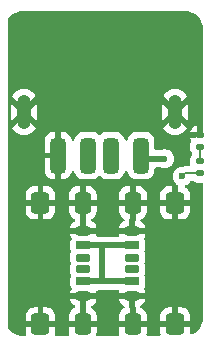
<source format=gtl>
G04 #@! TF.GenerationSoftware,KiCad,Pcbnew,9.0.3*
G04 #@! TF.CreationDate,2025-09-05T20:04:58+02:00*
G04 #@! TF.ProjectId,SwitchHolderAdapter,53776974-6368-4486-9f6c-646572416461,rev?*
G04 #@! TF.SameCoordinates,Original*
G04 #@! TF.FileFunction,Copper,L1,Top*
G04 #@! TF.FilePolarity,Positive*
%FSLAX46Y46*%
G04 Gerber Fmt 4.6, Leading zero omitted, Abs format (unit mm)*
G04 Created by KiCad (PCBNEW 9.0.3) date 2025-09-05 20:04:58*
%MOMM*%
%LPD*%
G01*
G04 APERTURE LIST*
G04 Aperture macros list*
%AMRoundRect*
0 Rectangle with rounded corners*
0 $1 Rounding radius*
0 $2 $3 $4 $5 $6 $7 $8 $9 X,Y pos of 4 corners*
0 Add a 4 corners polygon primitive as box body*
4,1,4,$2,$3,$4,$5,$6,$7,$8,$9,$2,$3,0*
0 Add four circle primitives for the rounded corners*
1,1,$1+$1,$2,$3*
1,1,$1+$1,$4,$5*
1,1,$1+$1,$6,$7*
1,1,$1+$1,$8,$9*
0 Add four rect primitives between the rounded corners*
20,1,$1+$1,$2,$3,$4,$5,0*
20,1,$1+$1,$4,$5,$6,$7,0*
20,1,$1+$1,$6,$7,$8,$9,0*
20,1,$1+$1,$8,$9,$2,$3,0*%
G04 Aperture macros list end*
G04 #@! TA.AperFunction,SMDPad,CuDef*
%ADD10RoundRect,0.135000X-0.185000X0.135000X-0.185000X-0.135000X0.185000X-0.135000X0.185000X0.135000X0*%
G04 #@! TD*
G04 #@! TA.AperFunction,SMDPad,CuDef*
%ADD11RoundRect,0.147500X-0.172500X0.147500X-0.172500X-0.147500X0.172500X-0.147500X0.172500X0.147500X0*%
G04 #@! TD*
G04 #@! TA.AperFunction,SMDPad,CuDef*
%ADD12RoundRect,0.175000X-0.425000X0.175000X-0.425000X-0.175000X0.425000X-0.175000X0.425000X0.175000X0*%
G04 #@! TD*
G04 #@! TA.AperFunction,SMDPad,CuDef*
%ADD13RoundRect,0.190000X0.410000X-0.190000X0.410000X0.190000X-0.410000X0.190000X-0.410000X-0.190000X0*%
G04 #@! TD*
G04 #@! TA.AperFunction,SMDPad,CuDef*
%ADD14RoundRect,0.200000X0.400000X-0.200000X0.400000X0.200000X-0.400000X0.200000X-0.400000X-0.200000X0*%
G04 #@! TD*
G04 #@! TA.AperFunction,SMDPad,CuDef*
%ADD15RoundRect,0.175000X0.425000X-0.175000X0.425000X0.175000X-0.425000X0.175000X-0.425000X-0.175000X0*%
G04 #@! TD*
G04 #@! TA.AperFunction,SMDPad,CuDef*
%ADD16RoundRect,0.190000X-0.410000X0.190000X-0.410000X-0.190000X0.410000X-0.190000X0.410000X0.190000X0*%
G04 #@! TD*
G04 #@! TA.AperFunction,SMDPad,CuDef*
%ADD17RoundRect,0.200000X-0.400000X0.200000X-0.400000X-0.200000X0.400000X-0.200000X0.400000X0.200000X0*%
G04 #@! TD*
G04 #@! TA.AperFunction,SMDPad,CuDef*
%ADD18RoundRect,0.250000X-0.425000X0.650000X-0.425000X-0.650000X0.425000X-0.650000X0.425000X0.650000X0*%
G04 #@! TD*
G04 #@! TA.AperFunction,SMDPad,CuDef*
%ADD19RoundRect,0.250000X-0.500000X0.650000X-0.500000X-0.650000X0.500000X-0.650000X0.500000X0.650000X0*%
G04 #@! TD*
G04 #@! TA.AperFunction,SMDPad,CuDef*
%ADD20RoundRect,0.325000X0.325000X1.175000X-0.325000X1.175000X-0.325000X-1.175000X0.325000X-1.175000X0*%
G04 #@! TD*
G04 #@! TA.AperFunction,HeatsinkPad*
%ADD21O,1.200000X2.900000*%
G04 #@! TD*
G04 #@! TA.AperFunction,SMDPad,CuDef*
%ADD22RoundRect,0.250000X0.425000X-0.650000X0.425000X0.650000X-0.425000X0.650000X-0.425000X-0.650000X0*%
G04 #@! TD*
G04 #@! TA.AperFunction,SMDPad,CuDef*
%ADD23RoundRect,0.250000X0.500000X-0.650000X0.500000X0.650000X-0.500000X0.650000X-0.500000X-0.650000X0*%
G04 #@! TD*
G04 #@! TA.AperFunction,ViaPad*
%ADD24C,0.600000*%
G04 #@! TD*
G04 #@! TA.AperFunction,Conductor*
%ADD25C,0.500000*%
G04 #@! TD*
G04 #@! TA.AperFunction,Conductor*
%ADD26C,0.200000*%
G04 #@! TD*
G04 APERTURE END LIST*
D10*
X153000000Y-86740000D03*
X153000000Y-87760000D03*
D11*
X153000000Y-84515000D03*
X153000000Y-85485000D03*
D12*
X143135000Y-94875000D03*
D13*
X143135000Y-96895000D03*
D14*
X143135000Y-98125000D03*
D15*
X143135000Y-95875000D03*
D16*
X143135000Y-93855000D03*
D17*
X143135000Y-92625000D03*
D18*
X143080000Y-90250000D03*
D19*
X139500000Y-90250000D03*
D18*
X143080000Y-100500000D03*
D19*
X139500000Y-100500000D03*
D20*
X148000000Y-86240000D03*
X145500000Y-86240000D03*
X143500000Y-86240000D03*
X141000000Y-86240000D03*
D21*
X150900000Y-82540000D03*
X138100000Y-82540000D03*
D15*
X147267500Y-95875000D03*
D16*
X147267500Y-93855000D03*
D17*
X147267500Y-92625000D03*
D12*
X147267500Y-94875000D03*
D13*
X147267500Y-96895000D03*
D14*
X147267500Y-98125000D03*
D22*
X147322500Y-100500000D03*
D23*
X150902500Y-100500000D03*
D22*
X147322500Y-90250000D03*
D23*
X150902500Y-90250000D03*
D24*
X151500000Y-88000000D03*
X150000000Y-86500000D03*
X144750000Y-95250000D03*
D25*
X144750000Y-93855000D02*
X147267500Y-93855000D01*
X144750000Y-96895000D02*
X147267500Y-96895000D01*
D26*
X153000000Y-87760000D02*
X151740000Y-87760000D01*
X151740000Y-87760000D02*
X151500000Y-88000000D01*
X153000000Y-86740000D02*
X153000000Y-85485000D01*
D25*
X144750000Y-93855000D02*
X144750000Y-95250000D01*
X148260000Y-86500000D02*
X148000000Y-86240000D01*
X150000000Y-86500000D02*
X148260000Y-86500000D01*
X144750000Y-96895000D02*
X144750000Y-95250000D01*
X143135000Y-96895000D02*
X144750000Y-96895000D01*
X143135000Y-93855000D02*
X144750000Y-93855000D01*
G04 #@! TA.AperFunction,Conductor*
G36*
X151754418Y-74000816D02*
G01*
X151954561Y-74015130D01*
X151972063Y-74017647D01*
X152163797Y-74059355D01*
X152180755Y-74064334D01*
X152364609Y-74132909D01*
X152380701Y-74140259D01*
X152552904Y-74234288D01*
X152567784Y-74243849D01*
X152724867Y-74361441D01*
X152738237Y-74373027D01*
X152876972Y-74511762D01*
X152888558Y-74525132D01*
X153006146Y-74682210D01*
X153015711Y-74697095D01*
X153109740Y-74869298D01*
X153117090Y-74885390D01*
X153185662Y-75069236D01*
X153190646Y-75086212D01*
X153232351Y-75277931D01*
X153234869Y-75295442D01*
X153249184Y-75495580D01*
X153249500Y-75504427D01*
X153249500Y-84391000D01*
X153229815Y-84458039D01*
X153177011Y-84503794D01*
X153125500Y-84515000D01*
X153000000Y-84515000D01*
X153000000Y-84565500D01*
X152980315Y-84632539D01*
X152927511Y-84678294D01*
X152876000Y-84689500D01*
X152762052Y-84689500D01*
X152725326Y-84692390D01*
X152725320Y-84692391D01*
X152568107Y-84738066D01*
X152568104Y-84738068D01*
X152551764Y-84747732D01*
X152488643Y-84765000D01*
X152183007Y-84765000D01*
X152183005Y-84765001D01*
X152228529Y-84921691D01*
X152228534Y-84921704D01*
X152237220Y-84936392D01*
X152254400Y-85004116D01*
X152237221Y-85062625D01*
X152228068Y-85078102D01*
X152228068Y-85078103D01*
X152182391Y-85235320D01*
X152182390Y-85235326D01*
X152179500Y-85272052D01*
X152179500Y-85697947D01*
X152182390Y-85734673D01*
X152182391Y-85734679D01*
X152228066Y-85891892D01*
X152228068Y-85891895D01*
X152311408Y-86032817D01*
X152311414Y-86032825D01*
X152312246Y-86033657D01*
X152312689Y-86034469D01*
X152316193Y-86038986D01*
X152315464Y-86039551D01*
X152345731Y-86094980D01*
X152340747Y-86164672D01*
X152312251Y-86209014D01*
X152308872Y-86212393D01*
X152308863Y-86212404D01*
X152227131Y-86350606D01*
X152227129Y-86350611D01*
X152182335Y-86504791D01*
X152182334Y-86504797D01*
X152179500Y-86540811D01*
X152179500Y-86939169D01*
X152179501Y-86939191D01*
X152182335Y-86975203D01*
X152189802Y-87000904D01*
X152189603Y-87070773D01*
X152151662Y-87129444D01*
X152088024Y-87158288D01*
X152070726Y-87159500D01*
X151660942Y-87159500D01*
X151527427Y-87195275D01*
X151495334Y-87199500D01*
X151421155Y-87199500D01*
X151266510Y-87230261D01*
X151266498Y-87230264D01*
X151120827Y-87290602D01*
X151120814Y-87290609D01*
X150989711Y-87378210D01*
X150989707Y-87378213D01*
X150878213Y-87489707D01*
X150878210Y-87489711D01*
X150790609Y-87620814D01*
X150790602Y-87620827D01*
X150730264Y-87766498D01*
X150730261Y-87766510D01*
X150699500Y-87921153D01*
X150699500Y-88078846D01*
X150730261Y-88233489D01*
X150730264Y-88233501D01*
X150790602Y-88379172D01*
X150790609Y-88379185D01*
X150878210Y-88510288D01*
X150878213Y-88510292D01*
X150989707Y-88621786D01*
X150989715Y-88621792D01*
X151098467Y-88694458D01*
X151143273Y-88748070D01*
X151149624Y-88798638D01*
X151152500Y-88798638D01*
X151152500Y-90000000D01*
X152152499Y-90000000D01*
X152152499Y-89550028D01*
X152152498Y-89550013D01*
X152142005Y-89447302D01*
X152086858Y-89280880D01*
X152086856Y-89280875D01*
X151994815Y-89131654D01*
X151870844Y-89007683D01*
X151870840Y-89007680D01*
X151791266Y-88958598D01*
X151744541Y-88906650D01*
X151733320Y-88837688D01*
X151761163Y-88773606D01*
X151808907Y-88738501D01*
X151879179Y-88709394D01*
X152010289Y-88621789D01*
X152121789Y-88510289D01*
X152151075Y-88466459D01*
X152185053Y-88415609D01*
X152191144Y-88410518D01*
X152194442Y-88403297D01*
X152217569Y-88388433D01*
X152238665Y-88370804D01*
X152248039Y-88368852D01*
X152253220Y-88365523D01*
X152288155Y-88360500D01*
X152330404Y-88360500D01*
X152397443Y-88380185D01*
X152418085Y-88396819D01*
X152422396Y-88401130D01*
X152422400Y-88401133D01*
X152422402Y-88401135D01*
X152560607Y-88482869D01*
X152601268Y-88494682D01*
X152714791Y-88527664D01*
X152714794Y-88527664D01*
X152714796Y-88527665D01*
X152750819Y-88530500D01*
X153125500Y-88530499D01*
X153192539Y-88550183D01*
X153238294Y-88602987D01*
X153249500Y-88654499D01*
X153249500Y-99995572D01*
X153249184Y-100004419D01*
X153234869Y-100204557D01*
X153232351Y-100222068D01*
X153190646Y-100413787D01*
X153185662Y-100430763D01*
X153117090Y-100614609D01*
X153109740Y-100630701D01*
X153015711Y-100802904D01*
X153006146Y-100817789D01*
X152888558Y-100974867D01*
X152876972Y-100988237D01*
X152738237Y-101126972D01*
X152724867Y-101138558D01*
X152567789Y-101256146D01*
X152552904Y-101265711D01*
X152380701Y-101359740D01*
X152364610Y-101367089D01*
X152313323Y-101386219D01*
X152243632Y-101391205D01*
X152182308Y-101357721D01*
X152148822Y-101296398D01*
X152146630Y-101257435D01*
X152152499Y-101199986D01*
X152152500Y-101199973D01*
X152152500Y-100750000D01*
X149652501Y-100750000D01*
X149652501Y-101199986D01*
X149662994Y-101302697D01*
X149674194Y-101336496D01*
X149676596Y-101406324D01*
X149640864Y-101466366D01*
X149578344Y-101497559D01*
X149556488Y-101499500D01*
X148593511Y-101499500D01*
X148526472Y-101479815D01*
X148480717Y-101427011D01*
X148470773Y-101357853D01*
X148475805Y-101336495D01*
X148487005Y-101302694D01*
X148487006Y-101302690D01*
X148497499Y-101199986D01*
X148497500Y-101199973D01*
X148497500Y-100750000D01*
X146147501Y-100750000D01*
X146147501Y-101199986D01*
X146157994Y-101302697D01*
X146169194Y-101336496D01*
X146171596Y-101406324D01*
X146135864Y-101466366D01*
X146073344Y-101497559D01*
X146051488Y-101499500D01*
X144351011Y-101499500D01*
X144283972Y-101479815D01*
X144238217Y-101427011D01*
X144228273Y-101357853D01*
X144233305Y-101336495D01*
X144244505Y-101302694D01*
X144244506Y-101302690D01*
X144254999Y-101199986D01*
X144255000Y-101199973D01*
X144255000Y-100750000D01*
X141905001Y-100750000D01*
X141905001Y-101199986D01*
X141915494Y-101302697D01*
X141926694Y-101336496D01*
X141929096Y-101406324D01*
X141893364Y-101466366D01*
X141830844Y-101497559D01*
X141808988Y-101499500D01*
X140846011Y-101499500D01*
X140778972Y-101479815D01*
X140733217Y-101427011D01*
X140723273Y-101357853D01*
X140728305Y-101336495D01*
X140739505Y-101302694D01*
X140739506Y-101302690D01*
X140749999Y-101199986D01*
X140750000Y-101199973D01*
X140750000Y-100750000D01*
X138250001Y-100750000D01*
X138250001Y-101199986D01*
X138260494Y-101302697D01*
X138271694Y-101336496D01*
X138272673Y-101364960D01*
X138276726Y-101393147D01*
X138273858Y-101399425D01*
X138274096Y-101406324D01*
X138259532Y-101430795D01*
X138247701Y-101456703D01*
X138241893Y-101460435D01*
X138238364Y-101466366D01*
X138212881Y-101479079D01*
X138188923Y-101494477D01*
X138179227Y-101495871D01*
X138175844Y-101497559D01*
X138153988Y-101499500D01*
X138004428Y-101499500D01*
X137995582Y-101499184D01*
X137972862Y-101497559D01*
X137795442Y-101484869D01*
X137777931Y-101482351D01*
X137586212Y-101440646D01*
X137569236Y-101435662D01*
X137385390Y-101367090D01*
X137369298Y-101359740D01*
X137197095Y-101265711D01*
X137182210Y-101256146D01*
X137025132Y-101138558D01*
X137011762Y-101126972D01*
X136873025Y-100988235D01*
X136861439Y-100974864D01*
X136774733Y-100859038D01*
X136750316Y-100793574D01*
X136750000Y-100784728D01*
X136750000Y-99800013D01*
X138250000Y-99800013D01*
X138250000Y-100250000D01*
X139250000Y-100250000D01*
X139750000Y-100250000D01*
X140749999Y-100250000D01*
X140749999Y-99800029D01*
X140749998Y-99800013D01*
X141905000Y-99800013D01*
X141905000Y-100250000D01*
X142830000Y-100250000D01*
X142830000Y-99155000D01*
X143330000Y-99155000D01*
X143330000Y-100250000D01*
X144254999Y-100250000D01*
X144254999Y-99800029D01*
X144254998Y-99800013D01*
X146147500Y-99800013D01*
X146147500Y-100250000D01*
X147072500Y-100250000D01*
X147072500Y-99155000D01*
X147053819Y-99136319D01*
X147020334Y-99074996D01*
X147017500Y-99048638D01*
X147017500Y-98970000D01*
X147517500Y-98970000D01*
X147536181Y-98988681D01*
X147569666Y-99050004D01*
X147572500Y-99076362D01*
X147572500Y-100250000D01*
X148497499Y-100250000D01*
X148497499Y-99800029D01*
X148497498Y-99800013D01*
X149652500Y-99800013D01*
X149652500Y-100250000D01*
X150652500Y-100250000D01*
X151152500Y-100250000D01*
X152152499Y-100250000D01*
X152152499Y-99800028D01*
X152152498Y-99800013D01*
X152142005Y-99697302D01*
X152086858Y-99530880D01*
X152086856Y-99530875D01*
X151994815Y-99381654D01*
X151870845Y-99257684D01*
X151721624Y-99165643D01*
X151721619Y-99165641D01*
X151555197Y-99110494D01*
X151555190Y-99110493D01*
X151452486Y-99100000D01*
X151152500Y-99100000D01*
X151152500Y-100250000D01*
X150652500Y-100250000D01*
X150652500Y-99100000D01*
X150352528Y-99100000D01*
X150352512Y-99100001D01*
X150249802Y-99110494D01*
X150083380Y-99165641D01*
X150083375Y-99165643D01*
X149934154Y-99257684D01*
X149810184Y-99381654D01*
X149718143Y-99530875D01*
X149718141Y-99530880D01*
X149662994Y-99697302D01*
X149662993Y-99697309D01*
X149652500Y-99800013D01*
X148497498Y-99800013D01*
X148497498Y-99800012D01*
X148487005Y-99697302D01*
X148431858Y-99530880D01*
X148431856Y-99530875D01*
X148339815Y-99381654D01*
X148215845Y-99257684D01*
X148066624Y-99165643D01*
X148066619Y-99165641D01*
X148039983Y-99156815D01*
X147982538Y-99117042D01*
X147955715Y-99052526D01*
X147968030Y-98983750D01*
X148014837Y-98932992D01*
X148102377Y-98880072D01*
X148222572Y-98759877D01*
X148310519Y-98614395D01*
X148361090Y-98452106D01*
X148367500Y-98381572D01*
X148367500Y-98375000D01*
X147517500Y-98375000D01*
X147517500Y-98970000D01*
X147017500Y-98970000D01*
X147017500Y-98375000D01*
X146167501Y-98375000D01*
X146167501Y-98381582D01*
X146173908Y-98452102D01*
X146173909Y-98452107D01*
X146224481Y-98614396D01*
X146312427Y-98759877D01*
X146432622Y-98880072D01*
X146566274Y-98960868D01*
X146613462Y-99012396D01*
X146625300Y-99081256D01*
X146598031Y-99145584D01*
X146567221Y-99172524D01*
X146429154Y-99257684D01*
X146305184Y-99381654D01*
X146213143Y-99530875D01*
X146213141Y-99530880D01*
X146157994Y-99697302D01*
X146157993Y-99697309D01*
X146147500Y-99800013D01*
X144254998Y-99800013D01*
X144254998Y-99800012D01*
X144244505Y-99697302D01*
X144189358Y-99530880D01*
X144189356Y-99530875D01*
X144097315Y-99381654D01*
X143973345Y-99257684D01*
X143835278Y-99172524D01*
X143788554Y-99120576D01*
X143777331Y-99051613D01*
X143805175Y-98987531D01*
X143836225Y-98960868D01*
X143969877Y-98880072D01*
X144090072Y-98759877D01*
X144178019Y-98614395D01*
X144228590Y-98452106D01*
X144235000Y-98381572D01*
X144235000Y-98375000D01*
X143385000Y-98375000D01*
X143385000Y-99048638D01*
X143365315Y-99115677D01*
X143348681Y-99136319D01*
X143330000Y-99155000D01*
X142830000Y-99155000D01*
X142830000Y-99076362D01*
X142849685Y-99009323D01*
X142866319Y-98988681D01*
X142885000Y-98970000D01*
X142885000Y-98375000D01*
X142035001Y-98375000D01*
X142035001Y-98381582D01*
X142041408Y-98452102D01*
X142041409Y-98452107D01*
X142091981Y-98614396D01*
X142179927Y-98759877D01*
X142300122Y-98880072D01*
X142387662Y-98932992D01*
X142434850Y-98984520D01*
X142446688Y-99053379D01*
X142419419Y-99117708D01*
X142362518Y-99156814D01*
X142335883Y-99165640D01*
X142335875Y-99165643D01*
X142186654Y-99257684D01*
X142062684Y-99381654D01*
X141970643Y-99530875D01*
X141970641Y-99530880D01*
X141915494Y-99697302D01*
X141915493Y-99697309D01*
X141905000Y-99800013D01*
X140749998Y-99800013D01*
X140749998Y-99800012D01*
X140739505Y-99697302D01*
X140684358Y-99530880D01*
X140684356Y-99530875D01*
X140592315Y-99381654D01*
X140468345Y-99257684D01*
X140319124Y-99165643D01*
X140319119Y-99165641D01*
X140152697Y-99110494D01*
X140152690Y-99110493D01*
X140049986Y-99100000D01*
X139750000Y-99100000D01*
X139750000Y-100250000D01*
X139250000Y-100250000D01*
X139250000Y-99100000D01*
X138950028Y-99100000D01*
X138950012Y-99100001D01*
X138847302Y-99110494D01*
X138680880Y-99165641D01*
X138680875Y-99165643D01*
X138531654Y-99257684D01*
X138407684Y-99381654D01*
X138315643Y-99530875D01*
X138315641Y-99530880D01*
X138260494Y-99697302D01*
X138260493Y-99697309D01*
X138250000Y-99800013D01*
X136750000Y-99800013D01*
X136750000Y-93609201D01*
X142034500Y-93609201D01*
X142034500Y-94100808D01*
X142040821Y-94170376D01*
X142040824Y-94170386D01*
X142092837Y-94337303D01*
X142093989Y-94407163D01*
X142091683Y-94413559D01*
X142091719Y-94413570D01*
X142040686Y-94577338D01*
X142040685Y-94577341D01*
X142040685Y-94577343D01*
X142034500Y-94645406D01*
X142034500Y-95104594D01*
X142040549Y-95171153D01*
X142040685Y-95172654D01*
X142040686Y-95172661D01*
X142091719Y-95336430D01*
X142088991Y-95337279D01*
X142096722Y-95393361D01*
X142090866Y-95413304D01*
X142091719Y-95413570D01*
X142040686Y-95577338D01*
X142040685Y-95577341D01*
X142040685Y-95577343D01*
X142034500Y-95645406D01*
X142034500Y-96104594D01*
X142040685Y-96172657D01*
X142040686Y-96172662D01*
X142040687Y-96172664D01*
X142091719Y-96336432D01*
X142089226Y-96337208D01*
X142097091Y-96394125D01*
X142092838Y-96412695D01*
X142059753Y-96518869D01*
X142040825Y-96579616D01*
X142040823Y-96579621D01*
X142034500Y-96649201D01*
X142034500Y-97140808D01*
X142040821Y-97210376D01*
X142040823Y-97210383D01*
X142090708Y-97370470D01*
X142090709Y-97370472D01*
X142132703Y-97439939D01*
X142150539Y-97507494D01*
X142132704Y-97568236D01*
X142091981Y-97635601D01*
X142091980Y-97635603D01*
X142041409Y-97797893D01*
X142035000Y-97868427D01*
X142035000Y-97875000D01*
X144234999Y-97875000D01*
X144234999Y-97868417D01*
X144228591Y-97797897D01*
X144227754Y-97793684D01*
X144233986Y-97724093D01*
X144276852Y-97668918D01*
X144342743Y-97645677D01*
X144349373Y-97645500D01*
X144676082Y-97645500D01*
X144823918Y-97645500D01*
X146053128Y-97645500D01*
X146120167Y-97665185D01*
X146165922Y-97717989D01*
X146175866Y-97787147D01*
X146174746Y-97793689D01*
X146173908Y-97797897D01*
X146167500Y-97868427D01*
X146167500Y-97875000D01*
X148367499Y-97875000D01*
X148367499Y-97868417D01*
X148361091Y-97797897D01*
X148361090Y-97797892D01*
X148310518Y-97635603D01*
X148269795Y-97568238D01*
X148251959Y-97500683D01*
X148269794Y-97439941D01*
X148311791Y-97370471D01*
X148361677Y-97210380D01*
X148368000Y-97140801D01*
X148367999Y-96649200D01*
X148367999Y-96649199D01*
X148367999Y-96649191D01*
X148361678Y-96579623D01*
X148361676Y-96579616D01*
X148309662Y-96412698D01*
X148308510Y-96342838D01*
X148310816Y-96336443D01*
X148310781Y-96336432D01*
X148335816Y-96256088D01*
X148361815Y-96172657D01*
X148368000Y-96104594D01*
X148368000Y-95645406D01*
X148361815Y-95577343D01*
X148332569Y-95483489D01*
X148310781Y-95413568D01*
X148313521Y-95412713D01*
X148305764Y-95356727D01*
X148311643Y-95336700D01*
X148310781Y-95336432D01*
X148335816Y-95256088D01*
X148361815Y-95172657D01*
X148368000Y-95104594D01*
X148368000Y-94645406D01*
X148361815Y-94577343D01*
X148341838Y-94513236D01*
X148310781Y-94413568D01*
X148313277Y-94412790D01*
X148305404Y-94355896D01*
X148309662Y-94337303D01*
X148311791Y-94330471D01*
X148361677Y-94170380D01*
X148368000Y-94100801D01*
X148367999Y-93609200D01*
X148367999Y-93609199D01*
X148367999Y-93609191D01*
X148361678Y-93539623D01*
X148361676Y-93539616D01*
X148311791Y-93379530D01*
X148311791Y-93379529D01*
X148269794Y-93310057D01*
X148251959Y-93242505D01*
X148269796Y-93181759D01*
X148310518Y-93114398D01*
X148310520Y-93114393D01*
X148361090Y-92952106D01*
X148367500Y-92881572D01*
X148367500Y-92875000D01*
X146167501Y-92875000D01*
X146167501Y-92881582D01*
X146173908Y-92952102D01*
X146174746Y-92956316D01*
X146168514Y-93025907D01*
X146125648Y-93081082D01*
X146059757Y-93104323D01*
X146053127Y-93104500D01*
X144349372Y-93104500D01*
X144282333Y-93084815D01*
X144236578Y-93032011D01*
X144226634Y-92962853D01*
X144227754Y-92956311D01*
X144228591Y-92952102D01*
X144235000Y-92881572D01*
X144235000Y-92875000D01*
X142035001Y-92875000D01*
X142035001Y-92881582D01*
X142041408Y-92952102D01*
X142041409Y-92952107D01*
X142091981Y-93114398D01*
X142091982Y-93114400D01*
X142132703Y-93181761D01*
X142150539Y-93249315D01*
X142132704Y-93310058D01*
X142090710Y-93379525D01*
X142040822Y-93539623D01*
X142034500Y-93609201D01*
X136750000Y-93609201D01*
X136750000Y-90949986D01*
X138250001Y-90949986D01*
X138260494Y-91052697D01*
X138315641Y-91219119D01*
X138315643Y-91219124D01*
X138407684Y-91368345D01*
X138531654Y-91492315D01*
X138680875Y-91584356D01*
X138680880Y-91584358D01*
X138847302Y-91639505D01*
X138847309Y-91639506D01*
X138950019Y-91649999D01*
X139249999Y-91649999D01*
X139750000Y-91649999D01*
X140049972Y-91649999D01*
X140049986Y-91649998D01*
X140152697Y-91639505D01*
X140319119Y-91584358D01*
X140319124Y-91584356D01*
X140468345Y-91492315D01*
X140592315Y-91368345D01*
X140684356Y-91219124D01*
X140684358Y-91219119D01*
X140739505Y-91052697D01*
X140739506Y-91052690D01*
X140749999Y-90949986D01*
X141905001Y-90949986D01*
X141915494Y-91052697D01*
X141970641Y-91219119D01*
X141970643Y-91219124D01*
X142062684Y-91368345D01*
X142186654Y-91492315D01*
X142335875Y-91584356D01*
X142335884Y-91584360D01*
X142362514Y-91593184D01*
X142419960Y-91632955D01*
X142446784Y-91697471D01*
X142434470Y-91766247D01*
X142387663Y-91817006D01*
X142300125Y-91869925D01*
X142300121Y-91869928D01*
X142179927Y-91990122D01*
X142091980Y-92135604D01*
X142041409Y-92297893D01*
X142035000Y-92368427D01*
X142035000Y-92375000D01*
X142885000Y-92375000D01*
X142885000Y-91780000D01*
X142866319Y-91761319D01*
X142832834Y-91699996D01*
X142830000Y-91673638D01*
X142830000Y-91595000D01*
X143330000Y-91595000D01*
X143348681Y-91613681D01*
X143382166Y-91675004D01*
X143385000Y-91701362D01*
X143385000Y-92375000D01*
X144234999Y-92375000D01*
X144234999Y-92368417D01*
X144228591Y-92297897D01*
X144228590Y-92297892D01*
X144178018Y-92135603D01*
X144090072Y-91990122D01*
X143969877Y-91869927D01*
X143836225Y-91789131D01*
X143789037Y-91737603D01*
X143777199Y-91668743D01*
X143804468Y-91604415D01*
X143835279Y-91577475D01*
X143973343Y-91492317D01*
X144097315Y-91368345D01*
X144189356Y-91219124D01*
X144189358Y-91219119D01*
X144244505Y-91052697D01*
X144244506Y-91052690D01*
X144254999Y-90949986D01*
X146147501Y-90949986D01*
X146157994Y-91052697D01*
X146213141Y-91219119D01*
X146213143Y-91219124D01*
X146305184Y-91368345D01*
X146429156Y-91492317D01*
X146567220Y-91577475D01*
X146613945Y-91629423D01*
X146625168Y-91698385D01*
X146597324Y-91762468D01*
X146566275Y-91789130D01*
X146432625Y-91869925D01*
X146432621Y-91869928D01*
X146312427Y-91990122D01*
X146224480Y-92135604D01*
X146173909Y-92297893D01*
X146167500Y-92368427D01*
X146167500Y-92375000D01*
X147017500Y-92375000D01*
X147017500Y-91780000D01*
X147517500Y-91780000D01*
X147517500Y-92375000D01*
X148367499Y-92375000D01*
X148367499Y-92368417D01*
X148361091Y-92297897D01*
X148361090Y-92297892D01*
X148310518Y-92135603D01*
X148222572Y-91990122D01*
X148102377Y-91869927D01*
X148014837Y-91817007D01*
X147967649Y-91765479D01*
X147955811Y-91696619D01*
X147983080Y-91632291D01*
X148039986Y-91593183D01*
X148066620Y-91584357D01*
X148066624Y-91584356D01*
X148215845Y-91492315D01*
X148339815Y-91368345D01*
X148431856Y-91219124D01*
X148431858Y-91219119D01*
X148487005Y-91052697D01*
X148487006Y-91052690D01*
X148497499Y-90949986D01*
X149652501Y-90949986D01*
X149662994Y-91052697D01*
X149718141Y-91219119D01*
X149718143Y-91219124D01*
X149810184Y-91368345D01*
X149934154Y-91492315D01*
X150083375Y-91584356D01*
X150083380Y-91584358D01*
X150249802Y-91639505D01*
X150249809Y-91639506D01*
X150352519Y-91649999D01*
X150652499Y-91649999D01*
X151152500Y-91649999D01*
X151452472Y-91649999D01*
X151452486Y-91649998D01*
X151555197Y-91639505D01*
X151721619Y-91584358D01*
X151721624Y-91584356D01*
X151870845Y-91492315D01*
X151994815Y-91368345D01*
X152086856Y-91219124D01*
X152086858Y-91219119D01*
X152142005Y-91052697D01*
X152142006Y-91052690D01*
X152152499Y-90949986D01*
X152152500Y-90949973D01*
X152152500Y-90500000D01*
X151152500Y-90500000D01*
X151152500Y-91649999D01*
X150652499Y-91649999D01*
X150652500Y-91649998D01*
X150652500Y-90500000D01*
X149652501Y-90500000D01*
X149652501Y-90949986D01*
X148497499Y-90949986D01*
X148497500Y-90949973D01*
X148497500Y-90500000D01*
X147572500Y-90500000D01*
X147572500Y-91673638D01*
X147552815Y-91740677D01*
X147536181Y-91761319D01*
X147517500Y-91780000D01*
X147017500Y-91780000D01*
X147017500Y-91701362D01*
X147037185Y-91634323D01*
X147053819Y-91613681D01*
X147072500Y-91595000D01*
X147072500Y-90500000D01*
X146147501Y-90500000D01*
X146147501Y-90949986D01*
X144254999Y-90949986D01*
X144255000Y-90949973D01*
X144255000Y-90500000D01*
X143330000Y-90500000D01*
X143330000Y-91595000D01*
X142830000Y-91595000D01*
X142830000Y-90500000D01*
X141905001Y-90500000D01*
X141905001Y-90949986D01*
X140749999Y-90949986D01*
X140750000Y-90949973D01*
X140750000Y-90500000D01*
X139750000Y-90500000D01*
X139750000Y-91649999D01*
X139249999Y-91649999D01*
X139250000Y-91649998D01*
X139250000Y-90500000D01*
X138250001Y-90500000D01*
X138250001Y-90949986D01*
X136750000Y-90949986D01*
X136750000Y-89550013D01*
X138250000Y-89550013D01*
X138250000Y-90000000D01*
X139250000Y-90000000D01*
X139750000Y-90000000D01*
X140749999Y-90000000D01*
X140749999Y-89550029D01*
X140749998Y-89550013D01*
X141905000Y-89550013D01*
X141905000Y-90000000D01*
X142830000Y-90000000D01*
X143330000Y-90000000D01*
X144254999Y-90000000D01*
X144254999Y-89550029D01*
X144254998Y-89550013D01*
X146147500Y-89550013D01*
X146147500Y-90000000D01*
X147072500Y-90000000D01*
X147572500Y-90000000D01*
X148497499Y-90000000D01*
X148497499Y-89550029D01*
X148497498Y-89550013D01*
X149652500Y-89550013D01*
X149652500Y-90000000D01*
X150652500Y-90000000D01*
X150652500Y-88850000D01*
X150352528Y-88850000D01*
X150352512Y-88850001D01*
X150249802Y-88860494D01*
X150083380Y-88915641D01*
X150083375Y-88915643D01*
X149934154Y-89007684D01*
X149810184Y-89131654D01*
X149718143Y-89280875D01*
X149718141Y-89280880D01*
X149662994Y-89447302D01*
X149662993Y-89447309D01*
X149652500Y-89550013D01*
X148497498Y-89550013D01*
X148497498Y-89550012D01*
X148487005Y-89447302D01*
X148431858Y-89280880D01*
X148431856Y-89280875D01*
X148339815Y-89131654D01*
X148215845Y-89007684D01*
X148066624Y-88915643D01*
X148066619Y-88915641D01*
X147900197Y-88860494D01*
X147900190Y-88860493D01*
X147797486Y-88850000D01*
X147572500Y-88850000D01*
X147572500Y-90000000D01*
X147072500Y-90000000D01*
X147072500Y-88850000D01*
X146847529Y-88850000D01*
X146847512Y-88850001D01*
X146744802Y-88860494D01*
X146578380Y-88915641D01*
X146578375Y-88915643D01*
X146429154Y-89007684D01*
X146305184Y-89131654D01*
X146213143Y-89280875D01*
X146213141Y-89280880D01*
X146157994Y-89447302D01*
X146157993Y-89447309D01*
X146147500Y-89550013D01*
X144254998Y-89550013D01*
X144254998Y-89550012D01*
X144244505Y-89447302D01*
X144189358Y-89280880D01*
X144189356Y-89280875D01*
X144097315Y-89131654D01*
X143973345Y-89007684D01*
X143824124Y-88915643D01*
X143824119Y-88915641D01*
X143657697Y-88860494D01*
X143657690Y-88860493D01*
X143554986Y-88850000D01*
X143330000Y-88850000D01*
X143330000Y-90000000D01*
X142830000Y-90000000D01*
X142830000Y-88850000D01*
X142605029Y-88850000D01*
X142605012Y-88850001D01*
X142502302Y-88860494D01*
X142335880Y-88915641D01*
X142335875Y-88915643D01*
X142186654Y-89007684D01*
X142062684Y-89131654D01*
X141970643Y-89280875D01*
X141970641Y-89280880D01*
X141915494Y-89447302D01*
X141915493Y-89447309D01*
X141905000Y-89550013D01*
X140749998Y-89550013D01*
X140749998Y-89550012D01*
X140739505Y-89447302D01*
X140684358Y-89280880D01*
X140684356Y-89280875D01*
X140592315Y-89131654D01*
X140468345Y-89007684D01*
X140319124Y-88915643D01*
X140319119Y-88915641D01*
X140152697Y-88860494D01*
X140152690Y-88860493D01*
X140049986Y-88850000D01*
X139750000Y-88850000D01*
X139750000Y-90000000D01*
X139250000Y-90000000D01*
X139250000Y-88850000D01*
X138950028Y-88850000D01*
X138950012Y-88850001D01*
X138847302Y-88860494D01*
X138680880Y-88915641D01*
X138680875Y-88915643D01*
X138531654Y-89007684D01*
X138407684Y-89131654D01*
X138315643Y-89280875D01*
X138315641Y-89280880D01*
X138260494Y-89447302D01*
X138260493Y-89447309D01*
X138250000Y-89550013D01*
X136750000Y-89550013D01*
X136750000Y-87486741D01*
X139850000Y-87486741D01*
X139852732Y-87527034D01*
X139896041Y-87701180D01*
X139975768Y-87861935D01*
X139975770Y-87861938D01*
X140088196Y-88001802D01*
X140088197Y-88001803D01*
X140228061Y-88114229D01*
X140228064Y-88114231D01*
X140388819Y-88193958D01*
X140562965Y-88237267D01*
X140603258Y-88240000D01*
X140750000Y-88240000D01*
X140750000Y-86490000D01*
X139850000Y-86490000D01*
X139850000Y-87486741D01*
X136750000Y-87486741D01*
X136750000Y-84993258D01*
X139850000Y-84993258D01*
X139850000Y-85990000D01*
X140750000Y-85990000D01*
X140750000Y-84240000D01*
X141250000Y-84240000D01*
X141250000Y-88240000D01*
X141396742Y-88240000D01*
X141437034Y-88237267D01*
X141611180Y-88193958D01*
X141771935Y-88114231D01*
X141771938Y-88114229D01*
X141911802Y-88001803D01*
X141911803Y-88001802D01*
X142024229Y-87861938D01*
X142024231Y-87861935D01*
X142103958Y-87701179D01*
X142129407Y-87598850D01*
X142164689Y-87538543D01*
X142226975Y-87506884D01*
X142296489Y-87513925D01*
X142351161Y-87557431D01*
X142370077Y-87598850D01*
X142395567Y-87701350D01*
X142475346Y-87862209D01*
X142587659Y-88001932D01*
X142587841Y-88002159D01*
X142727790Y-88114653D01*
X142888651Y-88194433D01*
X143062900Y-88237766D01*
X143103216Y-88240500D01*
X143103218Y-88240500D01*
X143896782Y-88240500D01*
X143896784Y-88240500D01*
X143937100Y-88237766D01*
X144111349Y-88194433D01*
X144272210Y-88114653D01*
X144412159Y-88002159D01*
X144412162Y-88002154D01*
X144412319Y-88001999D01*
X144412440Y-88001932D01*
X144417399Y-87997947D01*
X144418112Y-87998835D01*
X144473642Y-87968514D01*
X144543334Y-87973498D01*
X144582183Y-87998466D01*
X144582601Y-87997947D01*
X144587486Y-88001873D01*
X144587681Y-88001999D01*
X144587840Y-88002158D01*
X144587841Y-88002159D01*
X144727790Y-88114653D01*
X144888651Y-88194433D01*
X145062900Y-88237766D01*
X145103216Y-88240500D01*
X145103218Y-88240500D01*
X145896782Y-88240500D01*
X145896784Y-88240500D01*
X145937100Y-88237766D01*
X146111349Y-88194433D01*
X146272210Y-88114653D01*
X146412159Y-88002159D01*
X146524653Y-87862210D01*
X146604433Y-87701349D01*
X146629665Y-87599885D01*
X146664947Y-87539579D01*
X146727233Y-87507920D01*
X146796747Y-87514961D01*
X146851419Y-87558466D01*
X146870334Y-87599884D01*
X146883246Y-87651805D01*
X146895567Y-87701350D01*
X146975346Y-87862209D01*
X147087659Y-88001932D01*
X147087841Y-88002159D01*
X147227790Y-88114653D01*
X147388651Y-88194433D01*
X147562900Y-88237766D01*
X147603216Y-88240500D01*
X147603218Y-88240500D01*
X148396782Y-88240500D01*
X148396784Y-88240500D01*
X148437100Y-88237766D01*
X148611349Y-88194433D01*
X148772210Y-88114653D01*
X148912159Y-88002159D01*
X149024653Y-87862210D01*
X149104433Y-87701349D01*
X149147766Y-87527100D01*
X149150500Y-87486784D01*
X149150500Y-87374500D01*
X149170185Y-87307461D01*
X149222989Y-87261706D01*
X149274500Y-87250500D01*
X149695396Y-87250500D01*
X149742844Y-87259937D01*
X149766503Y-87269737D01*
X149766508Y-87269738D01*
X149766511Y-87269739D01*
X149921153Y-87300499D01*
X149921156Y-87300500D01*
X149921158Y-87300500D01*
X150078844Y-87300500D01*
X150078845Y-87300499D01*
X150233497Y-87269737D01*
X150379179Y-87209394D01*
X150510289Y-87121789D01*
X150621789Y-87010289D01*
X150709394Y-86879179D01*
X150769737Y-86733497D01*
X150800500Y-86578842D01*
X150800500Y-86421158D01*
X150800500Y-86421155D01*
X150800499Y-86421153D01*
X150769738Y-86266510D01*
X150769737Y-86266503D01*
X150747324Y-86212393D01*
X150709397Y-86120827D01*
X150709390Y-86120814D01*
X150621789Y-85989711D01*
X150621786Y-85989707D01*
X150510292Y-85878213D01*
X150510288Y-85878210D01*
X150379185Y-85790609D01*
X150379172Y-85790602D01*
X150233501Y-85730264D01*
X150233489Y-85730261D01*
X150078845Y-85699500D01*
X150078842Y-85699500D01*
X149921158Y-85699500D01*
X149921155Y-85699500D01*
X149766511Y-85730260D01*
X149766506Y-85730262D01*
X149766504Y-85730262D01*
X149766503Y-85730263D01*
X149742844Y-85740062D01*
X149695396Y-85749500D01*
X149274500Y-85749500D01*
X149207461Y-85729815D01*
X149161706Y-85677011D01*
X149150500Y-85625500D01*
X149150500Y-84993218D01*
X149150500Y-84993216D01*
X149147766Y-84952900D01*
X149104433Y-84778651D01*
X149024653Y-84617790D01*
X148912159Y-84477841D01*
X148827025Y-84409408D01*
X148772209Y-84365346D01*
X148611350Y-84285567D01*
X148437102Y-84242234D01*
X148437103Y-84242234D01*
X148412910Y-84240593D01*
X148396784Y-84239500D01*
X147603216Y-84239500D01*
X147587089Y-84240593D01*
X147562897Y-84242234D01*
X147388649Y-84285567D01*
X147227790Y-84365346D01*
X147087841Y-84477840D01*
X147087840Y-84477841D01*
X146975346Y-84617790D01*
X146895567Y-84778649D01*
X146870335Y-84880113D01*
X146835053Y-84940420D01*
X146772767Y-84972079D01*
X146703253Y-84965038D01*
X146648581Y-84921533D01*
X146629665Y-84880113D01*
X146604475Y-84778820D01*
X146604433Y-84778651D01*
X146524653Y-84617790D01*
X146412159Y-84477841D01*
X146327025Y-84409408D01*
X146272209Y-84365346D01*
X146111350Y-84285567D01*
X145937102Y-84242234D01*
X145937103Y-84242234D01*
X145912910Y-84240593D01*
X145896784Y-84239500D01*
X145103216Y-84239500D01*
X145087089Y-84240593D01*
X145062897Y-84242234D01*
X144888649Y-84285567D01*
X144727790Y-84365346D01*
X144587841Y-84477840D01*
X144587681Y-84478001D01*
X144587559Y-84478067D01*
X144582601Y-84482053D01*
X144581887Y-84481164D01*
X144526358Y-84511486D01*
X144456666Y-84506502D01*
X144417816Y-84481533D01*
X144417399Y-84482053D01*
X144412513Y-84478126D01*
X144412319Y-84478001D01*
X144412158Y-84477840D01*
X144272209Y-84365346D01*
X144111350Y-84285567D01*
X143937102Y-84242234D01*
X143937103Y-84242234D01*
X143912910Y-84240593D01*
X143896784Y-84239500D01*
X143103216Y-84239500D01*
X143087089Y-84240593D01*
X143062897Y-84242234D01*
X142888649Y-84285567D01*
X142727790Y-84365346D01*
X142587841Y-84477840D01*
X142587840Y-84477841D01*
X142475346Y-84617790D01*
X142395567Y-84778649D01*
X142370077Y-84881149D01*
X142334794Y-84941456D01*
X142272509Y-84973115D01*
X142202995Y-84966074D01*
X142148323Y-84922568D01*
X142129407Y-84881149D01*
X142103958Y-84778820D01*
X142024231Y-84618064D01*
X142024229Y-84618061D01*
X141911803Y-84478197D01*
X141911802Y-84478196D01*
X141771938Y-84365770D01*
X141771935Y-84365768D01*
X141611180Y-84286041D01*
X141437034Y-84242732D01*
X141396742Y-84240000D01*
X141250000Y-84240000D01*
X140750000Y-84240000D01*
X140603258Y-84240000D01*
X140562965Y-84242732D01*
X140388819Y-84286041D01*
X140228064Y-84365768D01*
X140228061Y-84365770D01*
X140088197Y-84478196D01*
X140088196Y-84478197D01*
X139975770Y-84618061D01*
X139975768Y-84618064D01*
X139896041Y-84778819D01*
X139852732Y-84952965D01*
X139850000Y-84993258D01*
X136750000Y-84993258D01*
X136750000Y-83650000D01*
X136750000Y-83286448D01*
X137000000Y-83286448D01*
X137746448Y-82540000D01*
X137746448Y-82539999D01*
X137000000Y-81793551D01*
X137000000Y-83286448D01*
X136750000Y-83286448D01*
X136750000Y-81201030D01*
X137114583Y-81201030D01*
X137114583Y-81201032D01*
X137800000Y-81886448D01*
X137800000Y-83193551D01*
X137114583Y-83878966D01*
X137114583Y-83878968D01*
X137159195Y-83966524D01*
X137260967Y-84106602D01*
X137383397Y-84229032D01*
X137523475Y-84330804D01*
X137677742Y-84409408D01*
X137842415Y-84462914D01*
X138013429Y-84490000D01*
X138186571Y-84490000D01*
X138357584Y-84462914D01*
X138522257Y-84409408D01*
X138676524Y-84330804D01*
X138816602Y-84229032D01*
X138939032Y-84106602D01*
X139040805Y-83966521D01*
X139085415Y-83878967D01*
X138400000Y-83193552D01*
X138400000Y-82539999D01*
X138453552Y-82539999D01*
X138453552Y-82540000D01*
X139199999Y-83286448D01*
X149800000Y-83286448D01*
X150546448Y-82540000D01*
X150546448Y-82539999D01*
X149800000Y-81793551D01*
X149800000Y-83286448D01*
X139199999Y-83286448D01*
X139200000Y-83286447D01*
X139200000Y-81793552D01*
X139199999Y-81793551D01*
X138453552Y-82539999D01*
X138400000Y-82539999D01*
X138400000Y-81886448D01*
X139085416Y-81201031D01*
X139085415Y-81201030D01*
X149914583Y-81201030D01*
X149914583Y-81201032D01*
X150600000Y-81886448D01*
X150600000Y-83193551D01*
X149914583Y-83878966D01*
X149914583Y-83878968D01*
X149959195Y-83966524D01*
X150060967Y-84106602D01*
X150183397Y-84229032D01*
X150323475Y-84330804D01*
X150477742Y-84409408D01*
X150642415Y-84462914D01*
X150813429Y-84490000D01*
X150986571Y-84490000D01*
X151157584Y-84462914D01*
X151322257Y-84409408D01*
X151476524Y-84330804D01*
X151567099Y-84264998D01*
X152183005Y-84264998D01*
X152183007Y-84265000D01*
X152750000Y-84265000D01*
X152750000Y-83720954D01*
X152725402Y-83722889D01*
X152568307Y-83768529D01*
X152568302Y-83768531D01*
X152427491Y-83851806D01*
X152427483Y-83851812D01*
X152311812Y-83967483D01*
X152311806Y-83967491D01*
X152228530Y-84108304D01*
X152228528Y-84108307D01*
X152183005Y-84264998D01*
X151567099Y-84264998D01*
X151616602Y-84229032D01*
X151643412Y-84202223D01*
X151739032Y-84106602D01*
X151840804Y-83966523D01*
X151885415Y-83878967D01*
X151200000Y-83193552D01*
X151200000Y-82539999D01*
X151253552Y-82539999D01*
X151253552Y-82540000D01*
X151999999Y-83286448D01*
X152000000Y-83286447D01*
X152000000Y-81793552D01*
X151999999Y-81793551D01*
X151253552Y-82539999D01*
X151200000Y-82539999D01*
X151200000Y-81886448D01*
X151885416Y-81201031D01*
X151840804Y-81113475D01*
X151739032Y-80973397D01*
X151616602Y-80850967D01*
X151476524Y-80749195D01*
X151322257Y-80670591D01*
X151157584Y-80617085D01*
X150986571Y-80590000D01*
X150813429Y-80590000D01*
X150642415Y-80617085D01*
X150477742Y-80670591D01*
X150323475Y-80749195D01*
X150183397Y-80850967D01*
X150060967Y-80973397D01*
X149959194Y-81113478D01*
X149914583Y-81201030D01*
X139085415Y-81201030D01*
X139040805Y-81113477D01*
X138939032Y-80973397D01*
X138816602Y-80850967D01*
X138676524Y-80749195D01*
X138522257Y-80670591D01*
X138357584Y-80617085D01*
X138186571Y-80590000D01*
X138013429Y-80590000D01*
X137842415Y-80617085D01*
X137677742Y-80670591D01*
X137523475Y-80749195D01*
X137383397Y-80850967D01*
X137260967Y-80973397D01*
X137159194Y-81113478D01*
X137114583Y-81201030D01*
X136750000Y-81201030D01*
X136750000Y-74715271D01*
X136769685Y-74648232D01*
X136774722Y-74640974D01*
X136861448Y-74525123D01*
X136873020Y-74511769D01*
X137011769Y-74373020D01*
X137025123Y-74361448D01*
X137182221Y-74243845D01*
X137197089Y-74234291D01*
X137369298Y-74140258D01*
X137385385Y-74132911D01*
X137569248Y-74064333D01*
X137586199Y-74059356D01*
X137777938Y-74017646D01*
X137795436Y-74015130D01*
X137995582Y-74000816D01*
X138004428Y-74000500D01*
X138065892Y-74000500D01*
X151684108Y-74000500D01*
X151745572Y-74000500D01*
X151754418Y-74000816D01*
G37*
G04 #@! TD.AperFunction*
M02*

</source>
